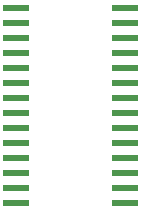
<source format=gtp>
G75*
%MOIN*%
%OFA0B0*%
%FSLAX24Y24*%
%IPPOS*%
%LPD*%
%AMOC8*
5,1,8,0,0,1.08239X$1,22.5*
%
%ADD10R,0.0866X0.0236*%
D10*
X007369Y003750D03*
X007369Y004250D03*
X007369Y004750D03*
X007369Y005250D03*
X007369Y005750D03*
X007369Y006250D03*
X007369Y006750D03*
X007369Y007250D03*
X007369Y007750D03*
X007369Y008250D03*
X007369Y008750D03*
X007369Y009250D03*
X007369Y009750D03*
X007369Y010250D03*
X010991Y010250D03*
X010991Y009750D03*
X010991Y009250D03*
X010991Y008750D03*
X010991Y008250D03*
X010991Y007750D03*
X010991Y007250D03*
X010991Y006750D03*
X010991Y006250D03*
X010991Y005750D03*
X010991Y005250D03*
X010991Y004750D03*
X010991Y004250D03*
X010991Y003750D03*
M02*

</source>
